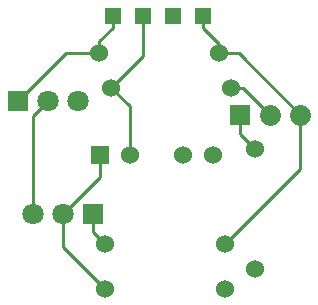
<source format=gbl>
G04 Layer: BottomLayer*
G04 EasyEDA v6.3.53, 2020-07-21T18:42:38+02:00*
G04 Gerber Generator version 0.2*
G04 Scale: 100 percent, Rotated: No, Reflected: No *
G04 Dimensions in millimeters *
G04 leading zeros omitted , absolute positions ,3 integer and 3 decimal *
%FSLAX33Y33*%
%MOMM*%
G90*
G71D02*

%ADD10C,0.254000*%
%ADD11C,0.259994*%
%ADD12R,1.799996X1.799996*%
%ADD13C,1.799996*%
%ADD14C,1.524000*%
%ADD16R,1.414780X1.414780*%

%LPD*%
G54D11*
G01X10316Y25810D02*
G01X10316Y24810D01*
G01X10316Y24810D02*
G01X9173Y23667D01*
G01X9173Y22635D01*
G01X9681Y6506D02*
G01X8665Y7522D01*
G01X8665Y9046D01*
G01X9681Y2696D02*
G01X6125Y6252D01*
G01X6125Y9046D01*
G01X12856Y25810D02*
G01X12856Y22381D01*
G01X10189Y19714D01*
G01X21111Y17428D02*
G01X21111Y16237D01*
G01X21111Y16237D02*
G01X21111Y15777D01*
G01X22381Y14507D01*
G01X17936Y25810D02*
G01X17936Y24810D01*
G01X17936Y24810D02*
G01X19333Y23413D01*
G01X19333Y22635D01*
G54D10*
G01X6125Y9046D02*
G01X9249Y12170D01*
G01X9249Y14001D01*
G01X3585Y9046D02*
G01X3585Y17301D01*
G01X4855Y18571D01*
G01X19841Y6506D02*
G01X26191Y12856D01*
G01X26191Y17428D01*
G01X11750Y13998D02*
G01X11750Y18154D01*
G01X10189Y19714D01*
G01X2315Y18571D02*
G01X6379Y22635D01*
G01X9173Y22635D01*
G01X26191Y17428D02*
G01X20984Y22635D01*
G01X19333Y22635D01*
G01X23651Y17428D02*
G01X21365Y19714D01*
G01X20349Y19714D01*
G54D12*
G01X2315Y18571D03*
G54D13*
G01X4855Y18571D03*
G01X7395Y18571D03*
G54D12*
G01X8665Y9046D03*
G54D13*
G01X6125Y9046D03*
G01X3585Y9046D03*
G54D14*
G01X10189Y19714D03*
G01X20349Y19714D03*
G01X22381Y14507D03*
G01X22381Y4347D03*
G01X9681Y2696D03*
G01X19841Y2696D03*
G01X9681Y6506D03*
G01X19841Y6506D03*
G01X19333Y22635D03*
G01X9173Y22635D03*
G01X18800Y13999D03*
G01X16260Y13999D03*
G36*
G01X8487Y13239D02*
G01X10011Y13239D01*
G01X10011Y14763D01*
G01X8487Y14763D01*
G01X8487Y13239D01*
G37*
G01X11750Y13998D03*
G54D12*
G01X21111Y17428D03*
G54D16*
G01X17936Y25810D03*
G01X12856Y25810D03*
G01X15396Y25810D03*
G01X10316Y25810D03*
G54D13*
G01X26191Y17428D02*
G01X26191Y17428D01*
G01X23651Y17428D02*
G01X23651Y17428D01*
M00*
M02*

</source>
